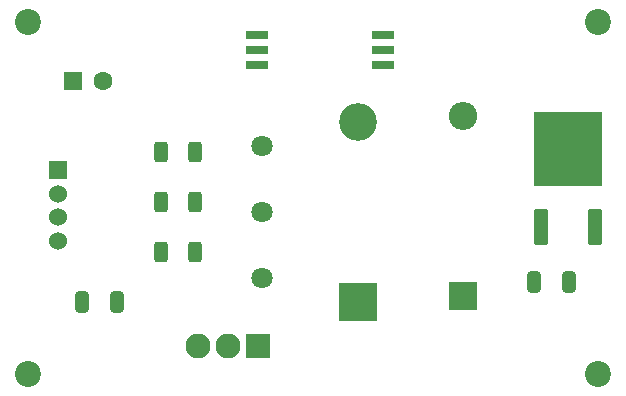
<source format=gbr>
%TF.GenerationSoftware,KiCad,Pcbnew,8.0.1*%
%TF.CreationDate,2024-11-12T01:42:51+00:00*%
%TF.ProjectId,Heating Element,48656174-696e-4672-9045-6c656d656e74,1*%
%TF.SameCoordinates,Original*%
%TF.FileFunction,Soldermask,Top*%
%TF.FilePolarity,Negative*%
%FSLAX46Y46*%
G04 Gerber Fmt 4.6, Leading zero omitted, Abs format (unit mm)*
G04 Created by KiCad (PCBNEW 8.0.1) date 2024-11-12 01:42:51*
%MOMM*%
%LPD*%
G01*
G04 APERTURE LIST*
G04 Aperture macros list*
%AMRoundRect*
0 Rectangle with rounded corners*
0 $1 Rounding radius*
0 $2 $3 $4 $5 $6 $7 $8 $9 X,Y pos of 4 corners*
0 Add a 4 corners polygon primitive as box body*
4,1,4,$2,$3,$4,$5,$6,$7,$8,$9,$2,$3,0*
0 Add four circle primitives for the rounded corners*
1,1,$1+$1,$2,$3*
1,1,$1+$1,$4,$5*
1,1,$1+$1,$6,$7*
1,1,$1+$1,$8,$9*
0 Add four rect primitives between the rounded corners*
20,1,$1+$1,$2,$3,$4,$5,0*
20,1,$1+$1,$4,$5,$6,$7,0*
20,1,$1+$1,$6,$7,$8,$9,0*
20,1,$1+$1,$8,$9,$2,$3,0*%
G04 Aperture macros list end*
%ADD10RoundRect,0.102000X-0.485000X-1.415000X0.485000X-1.415000X0.485000X1.415000X-0.485000X1.415000X0*%
%ADD11RoundRect,0.102000X-2.815000X-3.045000X2.815000X-3.045000X2.815000X3.045000X-2.815000X3.045000X0*%
%ADD12RoundRect,0.102000X0.955000X0.955000X-0.955000X0.955000X-0.955000X-0.955000X0.955000X-0.955000X0*%
%ADD13C,2.114000*%
%ADD14C,1.800000*%
%ADD15RoundRect,0.250000X-0.312500X-0.625000X0.312500X-0.625000X0.312500X0.625000X-0.312500X0.625000X0*%
%ADD16R,1.524000X1.524000*%
%ADD17C,1.524000*%
%ADD18R,1.850000X0.650000*%
%ADD19C,2.200000*%
%ADD20R,2.400000X2.400000*%
%ADD21O,2.400000X2.400000*%
%ADD22RoundRect,0.102000X-0.700000X-0.700000X0.700000X-0.700000X0.700000X0.700000X-0.700000X0.700000X0*%
%ADD23C,1.604000*%
%ADD24R,3.200000X3.200000*%
%ADD25O,3.200000X3.200000*%
%ADD26RoundRect,0.250000X-0.325000X-0.650000X0.325000X-0.650000X0.325000X0.650000X-0.325000X0.650000X0*%
G04 APERTURE END LIST*
D10*
%TO.C,U2*%
X142490000Y-99390000D03*
X147070000Y-99390000D03*
D11*
X144780000Y-92740000D03*
%TD*%
D12*
%TO.C,U1*%
X118540000Y-109400000D03*
D13*
X116000000Y-109400000D03*
X113460000Y-109400000D03*
%TD*%
D14*
%TO.C,TP3*%
X118872000Y-103632000D03*
%TD*%
%TO.C,TP2*%
X118872000Y-98044000D03*
%TD*%
%TO.C,TP1*%
X118872000Y-92456000D03*
%TD*%
D15*
%TO.C,R3*%
X110325000Y-101500000D03*
X113250000Y-101500000D03*
%TD*%
%TO.C,R2*%
X110297500Y-97270000D03*
X113222500Y-97270000D03*
%TD*%
%TO.C,R1*%
X110287500Y-93000000D03*
X113212500Y-93000000D03*
%TD*%
D16*
%TO.C,J1*%
X101600000Y-94520000D03*
D17*
X101600000Y-96520000D03*
X101600000Y-98520000D03*
X101600000Y-100520000D03*
%TD*%
D18*
%TO.C,IC1*%
X118475000Y-83130000D03*
X118475000Y-84400000D03*
X118475000Y-85670000D03*
X129125000Y-85670000D03*
X129125000Y-84400000D03*
X129125000Y-83130000D03*
%TD*%
D19*
%TO.C,H4*%
X147320000Y-111760000D03*
%TD*%
%TO.C,H3*%
X99060000Y-111760000D03*
%TD*%
%TO.C,H2*%
X147320000Y-82000000D03*
%TD*%
%TO.C,H1*%
X99060000Y-82000000D03*
%TD*%
D20*
%TO.C,D3*%
X135890000Y-105156000D03*
D21*
X135890000Y-89916000D03*
%TD*%
D22*
%TO.C,D2*%
X102860000Y-87000000D03*
D23*
X105400000Y-87000000D03*
%TD*%
D24*
%TO.C,D1*%
X127000000Y-105664000D03*
D25*
X127000000Y-90424000D03*
%TD*%
D26*
%TO.C,C2*%
X141925000Y-104000000D03*
X144875000Y-104000000D03*
%TD*%
%TO.C,C1*%
X103681000Y-105664000D03*
X106631000Y-105664000D03*
%TD*%
M02*

</source>
